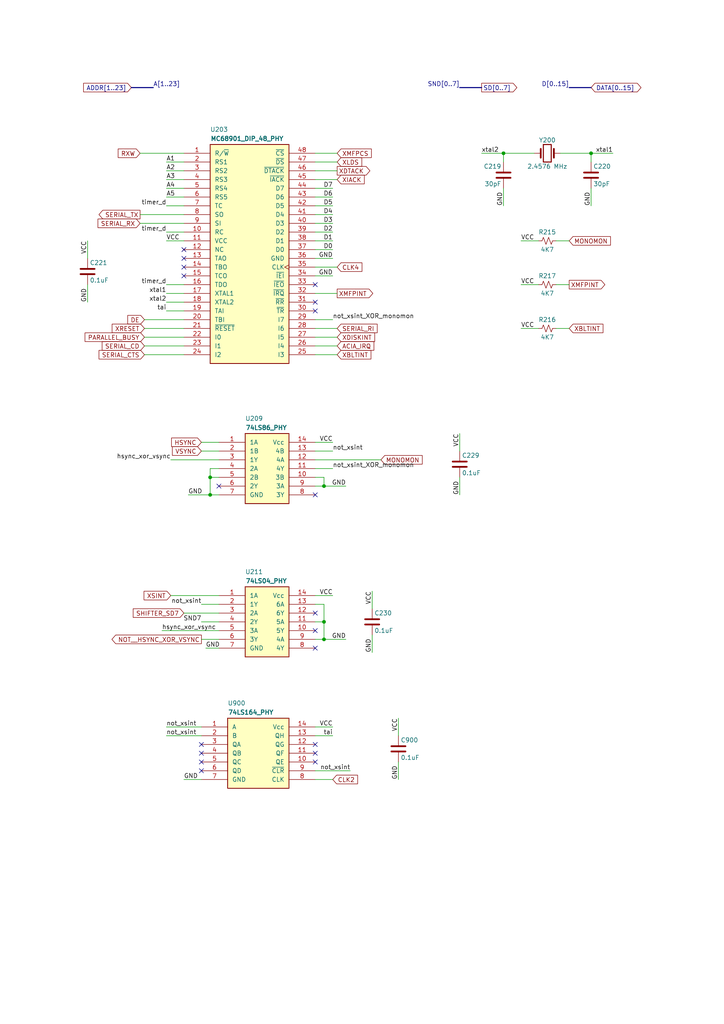
<source format=kicad_sch>
(kicad_sch (version 20230121) (generator eeschema)
  (paper "A4" portrait)
  (title_block (title "Converted schematics of Atari STE") (date "2021-08-31") (rev "1.0.0") (comment 1 "Reference : C300780-001"))
  (lib_symbols
    (symbol "74x04:74LS04_PHY" (pin_names (offset 1.27))
      (property "Reference" "U" (at 0 0 0))
      (property "Value" "74LS04_PHY" (at 0 0 0))
      (symbol "74LS04_PHY_0_0"
        (rectangle (start -6.35 10.16) (end 6.35 -10.16) (stroke (width 0.254)) (fill (type background)))
        (pin input line (at -13.97 7.62 0) (length 7.62) (name "1A") (number "1"))
        (pin output line (at 13.97 -2.54 180) (length 7.62) (name "5Y") (number "10"))
        (pin input line (at 13.97 0 180) (length 7.62) (name "5A") (number "11"))
        (pin output line (at 13.97 2.54 180) (length 7.62) (name "6Y") (number "12"))
        (pin input line (at 13.97 5.08 180) (length 7.62) (name "6A") (number "13"))
        (pin power_in line (at 13.97 7.62 180) (length 7.62) (name "Vcc") (number "14"))
        (pin output line (at -13.97 5.08 0) (length 7.62) (name "1Y") (number "2"))
        (pin input line (at -13.97 2.54 0) (length 7.62) (name "2A") (number "3"))
        (pin output line (at -13.97 0 0) (length 7.62) (name "2Y") (number "4"))
        (pin input line (at -13.97 -2.54 0) (length 7.62) (name "3A") (number "5"))
        (pin output line (at -13.97 -5.08 0) (length 7.62) (name "3Y") (number "6"))
        (pin power_in line (at -13.97 -7.62 0) (length 7.62) (name "GND") (number "7"))
        (pin output line (at 13.97 -7.62 180) (length 7.62) (name "4Y") (number "8"))
        (pin input line (at 13.97 -5.08 180) (length 7.62) (name "4A") (number "9"))
      )
    )
    (symbol "74x164:74LS164_PHY" (pin_names (offset 1.27))
      (property "Reference" "U" (at 0 0 0))
      (property "Value" "74LS164_PHY" (at 0 0 0))
      (symbol "74LS164_PHY_0_0"
        (rectangle (start -8.89 10.16) (end 8.89 -10.16) (stroke (width 0.254)) (fill (type background)))
        (pin input line (at -16.51 7.62 0) (length 7.62) (name "A") (number "1"))
        (pin output line (at 16.51 -2.54 180) (length 7.62) (name "QE") (number "10"))
        (pin output line (at 16.51 0 180) (length 7.62) (name "QF") (number "11"))
        (pin output line (at 16.51 2.54 180) (length 7.62) (name "QG") (number "12"))
        (pin output line (at 16.51 5.08 180) (length 7.62) (name "QH") (number "13"))
        (pin power_in line (at 16.51 7.62 180) (length 7.62) (name "Vcc") (number "14"))
        (pin input line (at -16.51 5.08 0) (length 7.62) (name "B") (number "2"))
        (pin input line (at -16.51 2.54 0) (length 7.62) (name "QA") (number "3"))
        (pin output line (at -16.51 0 0) (length 7.62) (name "QB") (number "4"))
        (pin output line (at -16.51 -2.54 0) (length 7.62) (name "QC") (number "5"))
        (pin output line (at -16.51 -5.08 0) (length 7.62) (name "QD") (number "6"))
        (pin power_in line (at -16.51 -7.62 0) (length 7.62) (name "GND") (number "7"))
        (pin input line (at 16.51 -7.62 180) (length 7.62) (name "CLK") (number "8"))
        (pin input line (at 16.51 -5.08 180) (length 7.62) (name "~{CLR}") (number "9"))
      )
    )
    (symbol "74x86:74LS86_PHY" (pin_names (offset 1.27))
      (property "Reference" "U" (at 0 0 0))
      (property "Value" "74LS86_PHY" (at 0 0 0))
      (symbol "74LS86_PHY_0_0"
        (rectangle (start -6.35 10.16) (end 6.35 -10.16) (stroke (width 0.254)) (fill (type background)))
        (pin input line (at -13.97 7.62 0) (length 7.62) (name "1A") (number "1"))
        (pin input line (at 13.97 -2.54 180) (length 7.62) (name "3B") (number "10"))
        (pin output line (at 13.97 0 180) (length 7.62) (name "4Y") (number "11"))
        (pin input line (at 13.97 2.54 180) (length 7.62) (name "4A") (number "12"))
        (pin input line (at 13.97 5.08 180) (length 7.62) (name "4B") (number "13"))
        (pin power_in line (at 13.97 7.62 180) (length 7.62) (name "Vcc") (number "14"))
        (pin input line (at -13.97 5.08 0) (length 7.62) (name "1B") (number "2"))
        (pin output line (at -13.97 2.54 0) (length 7.62) (name "1Y") (number "3"))
        (pin input line (at -13.97 0 0) (length 7.62) (name "2A") (number "4"))
        (pin input line (at -13.97 -2.54 0) (length 7.62) (name "2B") (number "5"))
        (pin output line (at -13.97 -5.08 0) (length 7.62) (name "2Y") (number "6"))
        (pin power_in line (at -13.97 -7.62 0) (length 7.62) (name "GND") (number "7"))
        (pin output line (at 13.97 -7.62 180) (length 7.62) (name "3Y") (number "8"))
        (pin input line (at 13.97 -5.08 180) (length 7.62) (name "3A") (number "9"))
      )
    )
    (symbol "Device:C" (pin_numbers hide) (pin_names (offset 0.254))
      (property "Reference" "C" (at 0.635 2.54 0))
      (property "Value" "C" (at 0.635 -2.54 0))
      (symbol "C_0_1"
        (polyline (pts (xy -2.032 -0.762) (xy 2.032 -0.762)) (stroke (width 0.508)))
        (polyline (pts (xy -2.032 0.762) (xy 2.032 0.762)) (stroke (width 0.508)))
      )
      (symbol "C_1_1"
        (pin passive line (at 0 3.81 270) (length 2.794) (name "~") (number "1"))
        (pin passive line (at 0 -3.81 90) (length 2.794) (name "~") (number "2"))
      )
    )
    (symbol "Device:Crystal" (pin_numbers hide) (pin_names (offset 1.016) hide)
      (property "Reference" "Y" (at 0 3.81 0))
      (property "Value" "Crystal" (at 0 -3.81 0))
      (symbol "Crystal_0_1"
        (rectangle (start -1.143 2.54) (end 1.143 -2.54) (stroke (width 0.3048)))
        (polyline (pts (xy -2.54 0) (xy -1.905 0)))
        (polyline (pts (xy -1.905 -1.27) (xy -1.905 1.27)) (stroke (width 0.508)))
        (polyline (pts (xy 1.905 -1.27) (xy 1.905 1.27)) (stroke (width 0.508)))
        (polyline (pts (xy 2.54 0) (xy 1.905 0)))
      )
      (symbol "Crystal_1_1"
        (pin passive line (at -3.81 0 0) (length 1.27) (name "1") (number "1"))
        (pin passive line (at 3.81 0 180) (length 1.27) (name "2") (number "2"))
      )
    )
    (symbol "Device:R_Small_US" (pin_numbers hide) (pin_names (offset 0.254) hide)
      (property "Reference" "R" (at 0.762 0.508 0))
      (property "Value" "R_Small_US" (at 0.762 -1.016 0))
      (symbol "R_Small_US_1_1"
        (polyline (pts (xy 0 0) (xy 1.016 -0.381) (xy 0 -0.762) (xy -1.016 -1.143) (xy 0 -1.524)))
        (polyline (pts (xy 0 1.524) (xy 1.016 1.143) (xy 0 0.762) (xy -1.016 0.381) (xy 0 0)))
        (pin passive line (at 0 2.54 270) (length 1.016) (name "~") (number "1"))
        (pin passive line (at 0 -2.54 90) (length 1.016) (name "~") (number "2"))
      )
    )
    (symbol "mc68901d-dip48:MC68901_DIP_48_PHY" (pin_names (offset 1.27))
      (property "Reference" "U" (at 0 0 0))
      (property "Value" "MC68901_DIP_48_PHY" (at 0 0 0))
      (symbol "MC68901_DIP_48_PHY_0_0"
        (rectangle (start -11.43 31.75) (end 11.43 -31.75) (stroke (width 0.254)) (fill (type background)))
        (pin input line (at -19.05 29.21 0) (length 7.62) (name "R/~{W}") (number "1"))
        (pin input line (at -19.05 6.35 0) (length 7.62) (name "RC") (number "10"))
        (pin power_in line (at -19.05 3.81 0) (length 7.62) (name "VCC") (number "11"))
        (pin no_connect line (at -19.05 1.27 0) (length 7.62) (name "NC") (number "12"))
        (pin output line (at -19.05 -1.27 0) (length 7.62) (name "TAO") (number "13"))
        (pin output line (at -19.05 -3.81 0) (length 7.62) (name "TBO") (number "14"))
        (pin output line (at -19.05 -6.35 0) (length 7.62) (name "TCO") (number "15"))
        (pin output line (at -19.05 -8.89 0) (length 7.62) (name "TDO") (number "16"))
        (pin input line (at -19.05 -11.43 0) (length 7.62) (name "XTAL1") (number "17"))
        (pin output line (at -19.05 -13.97 0) (length 7.62) (name "XTAL2") (number "18"))
        (pin input line (at -19.05 -16.51 0) (length 7.62) (name "TAI") (number "19"))
        (pin input line (at -19.05 26.67 0) (length 7.62) (name "RS1") (number "2"))
        (pin input line (at -19.05 -19.05 0) (length 7.62) (name "TBI") (number "20"))
        (pin input line (at -19.05 -21.59 0) (length 7.62) (name "~{RESET}") (number "21"))
        (pin bidirectional line (at -19.05 -24.13 0) (length 7.62) (name "I0") (number "22"))
        (pin bidirectional line (at -19.05 -26.67 0) (length 7.62) (name "I1") (number "23"))
        (pin bidirectional line (at -19.05 -29.21 0) (length 7.62) (name "I2") (number "24"))
        (pin bidirectional line (at 19.05 -29.21 180) (length 7.62) (name "I3") (number "25"))
        (pin bidirectional line (at 19.05 -26.67 180) (length 7.62) (name "I4") (number "26"))
        (pin bidirectional line (at 19.05 -24.13 180) (length 7.62) (name "I5") (number "27"))
        (pin bidirectional line (at 19.05 -21.59 180) (length 7.62) (name "I6") (number "28"))
        (pin bidirectional line (at 19.05 -19.05 180) (length 7.62) (name "I7") (number "29"))
        (pin input line (at -19.05 24.13 0) (length 7.62) (name "RS2") (number "3"))
        (pin output line (at 19.05 -16.51 180) (length 7.62) (name "~{TR}") (number "30"))
        (pin output line (at 19.05 -13.97 180) (length 7.62) (name "~{RR}") (number "31"))
        (pin output line (at 19.05 -11.43 180) (length 7.62) (name "~{IRQ}") (number "32"))
        (pin output line (at 19.05 -8.89 180) (length 7.62) (name "~{IEO}") (number "33"))
        (pin input line (at 19.05 -6.35 180) (length 7.62) (name "~{IEI}") (number "34"))
        (pin input clock (at 19.05 -3.81 180) (length 7.62) (name "CLK") (number "35"))
        (pin power_in line (at 19.05 -1.27 180) (length 7.62) (name "GND") (number "36"))
        (pin bidirectional line (at 19.05 1.27 180) (length 7.62) (name "D0") (number "37"))
        (pin bidirectional line (at 19.05 3.81 180) (length 7.62) (name "D1") (number "38"))
        (pin bidirectional line (at 19.05 6.35 180) (length 7.62) (name "D2") (number "39"))
        (pin input line (at -19.05 21.59 0) (length 7.62) (name "RS3") (number "4"))
        (pin bidirectional line (at 19.05 8.89 180) (length 7.62) (name "D3") (number "40"))
        (pin bidirectional line (at 19.05 11.43 180) (length 7.62) (name "D4") (number "41"))
        (pin bidirectional line (at 19.05 13.97 180) (length 7.62) (name "D5") (number "42"))
        (pin bidirectional line (at 19.05 16.51 180) (length 7.62) (name "D6") (number "43"))
        (pin bidirectional line (at 19.05 19.05 180) (length 7.62) (name "D7") (number "44"))
        (pin input line (at 19.05 21.59 180) (length 7.62) (name "~{IACK}") (number "45"))
        (pin tri_state line (at 19.05 24.13 180) (length 7.62) (name "~{DTACK}") (number "46"))
        (pin input line (at 19.05 26.67 180) (length 7.62) (name "~{DS}") (number "47"))
        (pin input line (at 19.05 29.21 180) (length 7.62) (name "~{CS}") (number "48"))
        (pin input line (at -19.05 19.05 0) (length 7.62) (name "RS4") (number "5"))
        (pin input line (at -19.05 16.51 0) (length 7.62) (name "RS5") (number "6"))
        (pin input line (at -19.05 13.97 0) (length 7.62) (name "TC") (number "7"))
        (pin output line (at -19.05 11.43 0) (length 7.62) (name "SO") (number "8"))
        (pin input line (at -19.05 8.89 0) (length 7.62) (name "SI") (number "9"))
      )
    )
  )
  (junction (at 171.45 44.45))
  (junction (at 93.98 185.42))
  (junction (at 146.05 44.45))
  (junction (at 60.96 138.43))
  (junction (at 93.98 180.34))
  (junction (at 60.96 143.51))
  (junction (at 93.98 140.97))
  (no_connect (at 53.34 72.39))
  (no_connect (at 91.44 177.8))
  (no_connect (at 91.44 187.96))
  (no_connect (at 91.44 182.88))
  (no_connect (at 58.42 218.44))
  (no_connect (at 53.34 77.47))
  (no_connect (at 91.44 215.9))
  (no_connect (at 91.44 143.51))
  (no_connect (at 91.44 218.44))
  (no_connect (at 58.42 220.98))
  (no_connect (at 91.44 87.63))
  (no_connect (at 91.44 90.17))
  (no_connect (at 91.44 220.98))
  (no_connect (at 53.34 74.93))
  (no_connect (at 63.5 140.97))
  (no_connect (at 58.42 223.52))
  (no_connect (at 91.44 82.55))
  (no_connect (at 58.42 215.9))
  (no_connect (at 53.34 80.01))
  (wire (pts (xy 25.4 69.85) (xy 25.4 74.93)))
  (wire (pts (xy 93.98 185.42) (xy 100.33 185.42)))
  (wire (pts (xy 91.44 128.27) (xy 96.52 128.27)))
  (wire (pts (xy 48.26 90.17) (xy 53.34 90.17)))
  (wire (pts (xy 58.42 128.27) (xy 63.5 128.27)))
  (wire (pts (xy 41.91 102.87) (xy 53.34 102.87)))
  (wire (pts (xy 40.64 62.23) (xy 53.34 62.23)))
  (wire (pts (xy 60.96 138.43) (xy 63.5 138.43)))
  (wire (pts (xy 49.53 133.35) (xy 63.5 133.35)))
  (wire (pts (xy 54.61 143.51) (xy 60.96 143.51)))
  (wire (pts (xy 93.98 180.34) (xy 91.44 180.34)))
  (wire (pts (xy 139.7 44.45) (xy 146.05 44.45)))
  (wire (pts (xy 151.13 95.25) (xy 156.21 95.25)))
  (wire (pts (xy 60.96 143.51) (xy 63.5 143.51)))
  (wire (pts (xy 48.26 54.61) (xy 53.34 54.61)))
  (wire (pts (xy 58.42 175.26) (xy 63.5 175.26)))
  (wire (pts (xy 91.44 52.07) (xy 97.79 52.07)))
  (wire (pts (xy 49.53 172.72) (xy 63.5 172.72)))
  (wire (pts (xy 161.29 82.55) (xy 165.1 82.55)))
  (wire (pts (xy 151.13 82.55) (xy 156.21 82.55)))
  (wire (pts (xy 91.44 54.61) (xy 96.52 54.61)))
  (bus (pts (xy 165.1 25.4) (xy 171.45 25.4)))
  (wire (pts (xy 91.44 59.69) (xy 96.52 59.69)))
  (wire (pts (xy 60.96 138.43) (xy 60.96 143.51)))
  (wire (pts (xy 91.44 69.85) (xy 96.52 69.85)))
  (wire (pts (xy 48.26 52.07) (xy 53.34 52.07)))
  (wire (pts (xy 91.44 77.47) (xy 97.79 77.47)))
  (wire (pts (xy 93.98 180.34) (xy 93.98 185.42)))
  (wire (pts (xy 91.44 140.97) (xy 93.98 140.97)))
  (wire (pts (xy 91.44 92.71) (xy 96.52 92.71)))
  (wire (pts (xy 146.05 46.99) (xy 146.05 44.45)))
  (wire (pts (xy 48.26 213.36) (xy 58.42 213.36)))
  (wire (pts (xy 53.34 177.8) (xy 63.5 177.8)))
  (wire (pts (xy 91.44 172.72) (xy 96.52 172.72)))
  (wire (pts (xy 171.45 44.45) (xy 177.8 44.45)))
  (wire (pts (xy 91.44 135.89) (xy 96.52 135.89)))
  (wire (pts (xy 91.44 100.33) (xy 97.79 100.33)))
  (wire (pts (xy 48.26 69.85) (xy 53.34 69.85)))
  (wire (pts (xy 91.44 133.35) (xy 110.49 133.35)))
  (wire (pts (xy 48.26 67.31) (xy 53.34 67.31)))
  (wire (pts (xy 91.44 80.01) (xy 96.52 80.01)))
  (wire (pts (xy 91.44 223.52) (xy 101.6 223.52)))
  (wire (pts (xy 41.91 95.25) (xy 53.34 95.25)))
  (wire (pts (xy 41.91 100.33) (xy 53.34 100.33)))
  (wire (pts (xy 91.44 130.81) (xy 96.52 130.81)))
  (wire (pts (xy 171.45 44.45) (xy 171.45 46.99)))
  (wire (pts (xy 107.95 171.45) (xy 107.95 176.53)))
  (wire (pts (xy 91.44 213.36) (xy 96.52 213.36)))
  (wire (pts (xy 91.44 210.82) (xy 96.52 210.82)))
  (wire (pts (xy 46.99 182.88) (xy 63.5 182.88)))
  (wire (pts (xy 58.42 226.06) (xy 53.34 226.06)))
  (wire (pts (xy 93.98 175.26) (xy 93.98 180.34)))
  (wire (pts (xy 48.26 49.53) (xy 53.34 49.53)))
  (wire (pts (xy 48.26 59.69) (xy 53.34 59.69)))
  (wire (pts (xy 91.44 72.39) (xy 96.52 72.39)))
  (wire (pts (xy 91.44 64.77) (xy 96.52 64.77)))
  (wire (pts (xy 161.29 69.85) (xy 165.1 69.85)))
  (wire (pts (xy 91.44 49.53) (xy 97.79 49.53)))
  (wire (pts (xy 25.4 82.55) (xy 25.4 87.63)))
  (wire (pts (xy 91.44 74.93) (xy 96.52 74.93)))
  (wire (pts (xy 91.44 46.99) (xy 97.79 46.99)))
  (wire (pts (xy 100.33 140.97) (xy 93.98 140.97)))
  (wire (pts (xy 91.44 57.15) (xy 96.52 57.15)))
  (wire (pts (xy 40.64 44.45) (xy 53.34 44.45)))
  (wire (pts (xy 58.42 185.42) (xy 63.5 185.42)))
  (wire (pts (xy 48.26 210.82) (xy 58.42 210.82)))
  (wire (pts (xy 58.42 130.81) (xy 63.5 130.81)))
  (wire (pts (xy 48.26 87.63) (xy 53.34 87.63)))
  (wire (pts (xy 93.98 140.97) (xy 93.98 138.43)))
  (wire (pts (xy 91.44 226.06) (xy 96.52 226.06)))
  (wire (pts (xy 115.57 208.28) (xy 115.57 213.36)))
  (bus (pts (xy 38.1 25.4) (xy 44.45 25.4)))
  (wire (pts (xy 91.44 62.23) (xy 96.52 62.23)))
  (wire (pts (xy 59.69 187.96) (xy 63.5 187.96)))
  (wire (pts (xy 48.26 82.55) (xy 53.34 82.55)))
  (wire (pts (xy 48.26 57.15) (xy 53.34 57.15)))
  (wire (pts (xy 91.44 175.26) (xy 93.98 175.26)))
  (wire (pts (xy 93.98 185.42) (xy 91.44 185.42)))
  (wire (pts (xy 161.29 95.25) (xy 165.1 95.25)))
  (wire (pts (xy 162.56 44.45) (xy 171.45 44.45)))
  (wire (pts (xy 115.57 220.98) (xy 115.57 226.06)))
  (wire (pts (xy 146.05 44.45) (xy 154.94 44.45)))
  (wire (pts (xy 91.44 85.09) (xy 97.79 85.09)))
  (wire (pts (xy 146.05 54.61) (xy 146.05 59.69)))
  (wire (pts (xy 60.96 135.89) (xy 63.5 135.89)))
  (wire (pts (xy 48.26 85.09) (xy 53.34 85.09)))
  (bus (pts (xy 133.35 25.4) (xy 139.7 25.4)))
  (wire (pts (xy 48.26 46.99) (xy 53.34 46.99)))
  (wire (pts (xy 41.91 97.79) (xy 53.34 97.79)))
  (wire (pts (xy 91.44 97.79) (xy 97.79 97.79)))
  (wire (pts (xy 60.96 135.89) (xy 60.96 138.43)))
  (wire (pts (xy 91.44 138.43) (xy 93.98 138.43)))
  (wire (pts (xy 91.44 44.45) (xy 97.79 44.45)))
  (wire (pts (xy 133.35 138.43) (xy 133.35 143.51)))
  (wire (pts (xy 91.44 67.31) (xy 96.52 67.31)))
  (wire (pts (xy 91.44 102.87) (xy 97.79 102.87)))
  (wire (pts (xy 40.64 64.77) (xy 53.34 64.77)))
  (wire (pts (xy 58.42 180.34) (xy 63.5 180.34)))
  (wire (pts (xy 41.91 92.71) (xy 53.34 92.71)))
  (wire (pts (xy 151.13 69.85) (xy 156.21 69.85)))
  (wire (pts (xy 171.45 54.61) (xy 171.45 59.69)))
  (wire (pts (xy 91.44 95.25) (xy 97.79 95.25)))
  (wire (pts (xy 107.95 184.15) (xy 107.95 189.23)))
  (wire (pts (xy 133.35 125.73) (xy 133.35 130.81)))
  (label "D6" (at 96.52 57.15 180))
  (label "GND" (at 115.57 226.06 90))
  (label "D[0..15]" (at 165.1 25.4 180))
  (label "GND" (at 146.05 59.69 90))
  (label "xtal2" (at 139.7 44.45 0))
  (label "GND" (at 25.4 87.63 90))
  (label "GND" (at 54.61 143.51 0))
  (label "VCC" (at 96.52 210.82 180))
  (label "not_xsint" (at 48.26 213.36 0))
  (label "D5" (at 96.52 59.69 180))
  (label "D0" (at 96.52 72.39 180))
  (label "D3" (at 96.52 64.77 180))
  (label "VCC" (at 107.95 171.45 270))
  (label "timer_d" (at 48.26 59.69 180))
  (label "GND" (at 59.69 187.96 0))
  (label "A1" (at 48.26 46.99 0))
  (label "xtal1" (at 48.26 85.09 180))
  (label "A[1..23]" (at 44.45 25.4 0))
  (label "VCC" (at 151.13 69.85 0))
  (label "GND" (at 107.95 189.23 90))
  (label "tai" (at 48.26 90.17 180))
  (label "GND" (at 96.52 74.93 180))
  (label "VCC" (at 151.13 82.55 0))
  (label "VCC" (at 25.4 69.85 270))
  (label "not_xsint" (at 58.42 175.26 180))
  (label "hsync_xor_vsync" (at 46.99 182.88 0))
  (label "D1" (at 96.52 69.85 180))
  (label "GND" (at 133.35 143.51 90))
  (label "VCC" (at 48.26 69.85 0))
  (label "A3" (at 48.26 52.07 0))
  (label "GND" (at 100.33 185.42 180))
  (label "not_xsint" (at 101.6 223.52 180))
  (label "not_xsint" (at 96.52 130.81 0))
  (label "SND7" (at 58.42 180.34 180))
  (label "D7" (at 96.52 54.61 180))
  (label "xtal1" (at 177.8 44.45 180))
  (label "VCC" (at 96.52 172.72 180))
  (label "timer_d" (at 48.26 82.55 180))
  (label "xtal2" (at 48.26 87.63 180))
  (label "hsync_xor_vsync" (at 49.53 133.35 180))
  (label "VCC" (at 133.35 125.73 270))
  (label "GND" (at 96.52 80.01 180))
  (label "GND" (at 171.45 59.69 90))
  (label "A4" (at 48.26 54.61 0))
  (label "SND[0..7]" (at 133.35 25.4 180))
  (label "timer_d" (at 48.26 67.31 180))
  (label "VCC" (at 96.52 128.27 180))
  (label "GND" (at 100.33 140.97 180))
  (label "tai" (at 96.52 213.36 180))
  (label "not_xsint" (at 48.26 210.82 0))
  (label "D2" (at 96.52 67.31 180))
  (label "not_xsint_XOR_monomon" (at 96.52 92.71 0))
  (label "not_xsint_XOR_monomon" (at 96.52 135.89 0))
  (label "A2" (at 48.26 49.53 0))
  (label "GND" (at 53.34 226.06 0))
  (label "D4" (at 96.52 62.23 180))
  (label "A5" (at 48.26 57.15 0))
  (label "VCC" (at 115.57 208.28 270))
  (label "VCC" (at 151.13 95.25 0))
  (global_label "NOT__HSYNC_XOR_VSYNC" (shape output) (at 58.42 185.42 180) (property "Intersheetrefs" "${INTERSHEET_REFS}" (effects hide)))
  (global_label "XBLTINT" (shape input) (at 165.1 95.25 0) (property "Intersheetrefs" "${INTERSHEET_REFS}" (effects hide)))
  (global_label "XMFPINT" (shape output) (at 165.1 82.55 0) (property "Intersheetrefs" "${INTERSHEET_REFS}" (effects hide)))
  (global_label "CLK2" (shape input) (at 96.52 226.06 0) (property "Intersheetrefs" "${INTERSHEET_REFS}" (effects hide)))
  (global_label "XSINT" (shape input) (at 49.53 172.72 180) (property "Intersheetrefs" "${INTERSHEET_REFS}" (effects hide)))
  (global_label "XDTACK" (shape output) (at 97.79 49.53 0) (property "Intersheetrefs" "${INTERSHEET_REFS}" (effects hide)))
  (global_label "ADDR[1..23]" (shape input) (at 38.1 25.4 180) (property "Intersheetrefs" "${INTERSHEET_REFS}" (effects hide)))
  (global_label "XRESET" (shape input) (at 41.91 95.25 180) (property "Intersheetrefs" "${INTERSHEET_REFS}" (effects hide)))
  (global_label "HSYNC" (shape input) (at 58.42 128.27 180) (property "Intersheetrefs" "${INTERSHEET_REFS}" (effects hide)))
  (global_label "XDISKINT" (shape input) (at 97.79 97.79 0) (property "Intersheetrefs" "${INTERSHEET_REFS}" (effects hide)))
  (global_label "XMFPCS" (shape input) (at 97.79 44.45 0) (property "Intersheetrefs" "${INTERSHEET_REFS}" (effects hide)))
  (global_label "XBLTINT" (shape input) (at 97.79 102.87 0) (property "Intersheetrefs" "${INTERSHEET_REFS}" (effects hide)))
  (global_label "MONOMON" (shape input) (at 110.49 133.35 0) (property "Intersheetrefs" "${INTERSHEET_REFS}" (effects hide)))
  (global_label "XIACK" (shape input) (at 97.79 52.07 0) (property "Intersheetrefs" "${INTERSHEET_REFS}" (effects hide)))
  (global_label "SERIAL_RI" (shape input) (at 97.79 95.25 0) (property "Intersheetrefs" "${INTERSHEET_REFS}" (effects hide)))
  (global_label "ACIA_IRQ" (shape input) (at 97.79 100.33 0) (property "Intersheetrefs" "${INTERSHEET_REFS}" (effects hide)))
  (global_label "SHIFTER_SD7" (shape input) (at 53.34 177.8 180) (property "Intersheetrefs" "${INTERSHEET_REFS}" (effects hide)))
  (global_label "SERIAL_CTS" (shape input) (at 41.91 102.87 180) (property "Intersheetrefs" "${INTERSHEET_REFS}" (effects hide)))
  (global_label "PARALLEL_BUSY" (shape input) (at 41.91 97.79 180) (property "Intersheetrefs" "${INTERSHEET_REFS}" (effects hide)))
  (global_label "SERIAL_RX" (shape input) (at 40.64 64.77 180) (property "Intersheetrefs" "${INTERSHEET_REFS}" (effects hide)))
  (global_label "CLK4" (shape input) (at 97.79 77.47 0) (property "Intersheetrefs" "${INTERSHEET_REFS}" (effects hide)))
  (global_label "DE" (shape input) (at 41.91 92.71 180) (property "Intersheetrefs" "${INTERSHEET_REFS}" (effects hide)))
  (global_label "SD[0..7]" (shape output) (at 139.7 25.4 0) (property "Intersheetrefs" "${INTERSHEET_REFS}" (effects hide)))
  (global_label "SERIAL_TX" (shape output) (at 40.64 62.23 180) (property "Intersheetrefs" "${INTERSHEET_REFS}" (effects hide)))
  (global_label "VSYNC" (shape input) (at 58.42 130.81 180) (property "Intersheetrefs" "${INTERSHEET_REFS}" (effects hide)))
  (global_label "DATA[0..15]" (shape bidirectional) (at 171.45 25.4 0) (property "Intersheetrefs" "${INTERSHEET_REFS}" (effects hide)))
  (global_label "XLDS" (shape input) (at 97.79 46.99 0) (property "Intersheetrefs" "${INTERSHEET_REFS}" (effects hide)))
  (global_label "RXW" (shape input) (at 40.64 44.45 180) (property "Intersheetrefs" "${INTERSHEET_REFS}" (effects hide)))
  (global_label "MONOMON" (shape input) (at 165.1 69.85 0) (property "Intersheetrefs" "${INTERSHEET_REFS}" (effects hide)))
  (global_label "SERIAL_CD" (shape input) (at 41.91 100.33 180) (property "Intersheetrefs" "${INTERSHEET_REFS}" (effects hide)))
  (global_label "XMFPINT" (shape output) (at 97.79 85.09 0) (property "Intersheetrefs" "${INTERSHEET_REFS}" (effects hide)))
  (symbol (lib_id "mc68901d-dip48:MC68901_DIP_48_PHY") (at 72.39 73.66 0) (unit 1)
    (property "Reference" "U203" (at 60.96 36.83 0) (effects (justify left top)))
    (property "Value" "MC68901_DIP_48_PHY" (at 60.96 39.37 0) (effects (font bold) (justify left top)))
    (property "Footprint" "Package_DIP:DIP-48_W15.24mm_Socket_LongPads" (effects hide))
  )
  (symbol (lib_id "74x164:74LS164_PHY") (at 74.93 218.44 0) (unit 1)
    (property "Reference" "U900" (at 66.04 203.2 0) (effects (justify left top)))
    (property "Value" "74LS164_PHY" (at 66.04 205.74 0) (effects (font bold) (justify left top)))
    (property "Footprint" "Package_DIP:DIP-14_W7.62mm_LongPads" (effects hide))
  )
  (symbol (lib_id "74x04:74LS04_PHY") (at 77.47 180.34 0) (unit 1)
    (property "Reference" "U211" (at 71.12 165.1 0) (effects (justify left top)))
    (property "Value" "74LS04_PHY" (at 71.12 167.64 0) (effects (font bold) (justify left top)))
    (property "Footprint" "Package_DIP:DIP-14_W7.62mm_LongPads" (effects hide))
  )
  (symbol (lib_id "Device:C") (at 115.57 217.17 0) (unit 1)
    (property "Reference" "C900" (at 116.205 214.63 0) (effects (justify left)))
    (property "Value" "0.1uF" (at 116.205 219.71 0) (effects (justify left)))
    (property "Footprint" "commons_passives_THT:Passive_THT_capacitor_mlcc_W2.54mm_L7.62mm" (effects hide))
  )
  (symbol (lib_id "Device:C") (at 107.95 180.34 0) (unit 1)
    (property "Reference" "C230" (at 108.585 177.8 0) (effects (justify left)))
    (property "Value" "0.1uF" (at 108.585 182.88 0) (effects (justify left)))
    (property "Footprint" "commons_passives_THT:Passive_THT_capacitor_mlcc_W2.54mm_L7.62mm" (effects hide))
  )
  (symbol (lib_id "Device:C") (at 133.35 134.62 0) (unit 1)
    (property "Reference" "C229" (at 133.985 132.08 0) (effects (justify left)))
    (property "Value" "0.1uF" (at 133.985 137.16 0) (effects (justify left)))
    (property "Footprint" "commons_passives_THT:Passive_THT_capacitor_mlcc_W2.54mm_L7.62mm" (effects hide))
  )
  (symbol (lib_id "Device:C") (at 25.4 78.74 0) (unit 1)
    (property "Reference" "C221" (at 26.035 76.2 0) (effects (justify left)))
    (property "Value" "0.1uF" (at 26.035 81.28 0) (effects (justify left)))
    (property "Footprint" "commons_passives_THT:Passive_THT_capacitor_mlcc_W2.54mm_L7.62mm" (effects hide))
  )
  (symbol (lib_id "74x86:74LS86_PHY") (at 77.47 135.89 0) (unit 1)
    (property "Reference" "U209" (at 71.12 120.65 0) (effects (justify left top)))
    (property "Value" "74LS86_PHY" (at 71.12 123.19 0) (effects (font bold) (justify left top)))
    (property "Footprint" "Package_DIP:DIP-14_W7.62mm_LongPads" (effects hide))
  )
  (symbol (lib_id "Device:R_Small_US") (at 158.75 82.55 270) (unit 1)
    (property "Reference" "R217" (at 158.75 80.01 90))
    (property "Value" "4K7" (at 158.75 85.09 90))
    (property "Footprint" "commons_passives_THT:Passive_THT_resistor_W2.54mm_L12.70mm" (effects hide))
  )
  (symbol (lib_id "Device:R_Small_US") (at 158.75 69.85 270) (unit 1)
    (property "Reference" "R215" (at 158.75 67.31 90))
    (property "Value" "4K7" (at 158.75 72.39 90))
    (property "Footprint" "commons_passives_THT:Passive_THT_resistor_W2.54mm_L12.70mm" (effects hide))
  )
  (symbol (lib_id "Device:R_Small_US") (at 158.75 95.25 270) (unit 1)
    (property "Reference" "R216" (at 158.75 92.71 90))
    (property "Value" "4K7" (at 158.75 97.79 90))
    (property "Footprint" "commons_passives_THT:Passive_THT_resistor_W2.54mm_L12.70mm" (effects hide))
  )
  (symbol (lib_id "Device:Crystal") (at 158.75 44.45 0) (unit 1)
    (property "Reference" "Y200" (at 158.75 40.64 0))
    (property "Value" "2.4576 MHz" (at 158.75 48.26 0))
    (property "Footprint" "Crystal:Crystal_HC18-U_Horizontal" (effects hide))
  )
  (symbol (lib_id "Device:C") (at 146.05 50.8 0) (mirror y) (unit 1)
    (property "Reference" "C219" (at 145.415 48.26 0) (effects (justify left)))
    (property "Value" "30pF" (at 145.415 53.34 0) (effects (justify left)))
    (property "Footprint" "commons_passives_THT:Passive_THT_capacitor_W2.54mm_L10.16mm" (effects hide))
  )
  (symbol (lib_id "Device:C") (at 171.45 50.8 0) (unit 1)
    (property "Reference" "C220" (at 172.085 48.26 0) (effects (justify left)))
    (property "Value" "30pF" (at 172.085 53.34 0) (effects (justify left)))
    (property "Footprint" "commons_passives_THT:Passive_THT_capacitor_W2.54mm_L10.16mm" (effects hide))
  )
)
</source>
